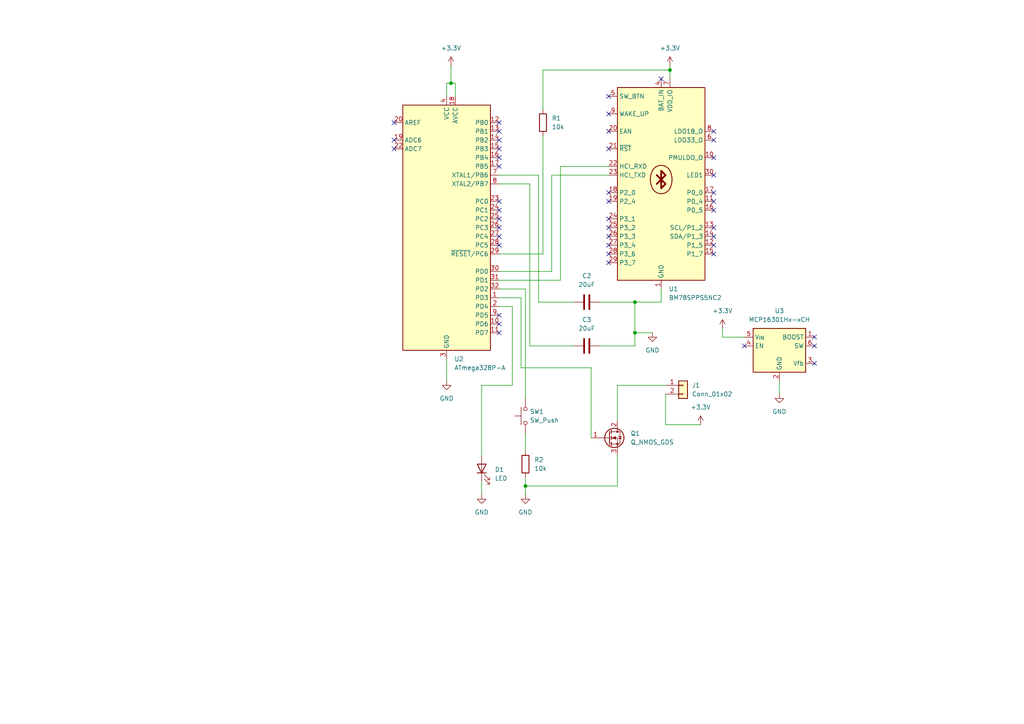
<source format=kicad_sch>
(kicad_sch (version 20231120) (generator "eeschema") (generator_version "8.0")
  (paper "A4")
  (title_block (title "Ultrasonic humidifier") (date "2025-05-24") (rev "V1") (company "Company") (comment 1 "~sejal"))
  (lib_symbols
    (symbol "Connector_Generic:Conn_01x02" (pin_names (offset 1.016) hide)
      (property "Reference" "J" (at 0 2.54 0))
      (property "Value" "Conn_01x02" (at 0 -5.08 0))
      (symbol "Conn_01x02_1_1"
        (rectangle (start -1.27 -2.413) (end 0 -2.667) (stroke (width 0.1524)))
        (rectangle (start -1.27 0.127) (end 0 -0.127) (stroke (width 0.1524)))
        (rectangle (start -1.27 1.27) (end 1.27 -3.81) (stroke (width 0.254)) (fill (type background)))
        (pin passive line (at -5.08 0 0) (length 3.81) (name "Pin_1") (number "1"))
        (pin passive line (at -5.08 -2.54 0) (length 3.81) (name "Pin_2") (number "2"))
      )
    )
    (symbol "Device:C" (pin_numbers hide) (pin_names (offset 0.254))
      (property "Reference" "C" (at 0.635 2.54 0))
      (property "Value" "C" (at 0.635 -2.54 0))
      (symbol "C_0_1"
        (polyline (pts (xy -2.032 -0.762) (xy 2.032 -0.762)) (stroke (width 0.508)))
        (polyline (pts (xy -2.032 0.762) (xy 2.032 0.762)) (stroke (width 0.508)))
      )
      (symbol "C_1_1"
        (pin passive line (at 0 3.81 270) (length 2.794) (name "~") (number "1"))
        (pin passive line (at 0 -3.81 90) (length 2.794) (name "~") (number "2"))
      )
    )
    (symbol "Device:LED" (pin_numbers hide) (pin_names (offset 1.016) hide)
      (property "Reference" "D" (at 0 2.54 0))
      (property "Value" "LED" (at 0 -2.54 0))
      (symbol "LED_0_1"
        (polyline (pts (xy -1.27 -1.27) (xy -1.27 1.27)) (stroke (width 0.254)))
        (polyline (pts (xy -1.27 0) (xy 1.27 0)))
        (polyline (pts (xy 1.27 -1.27) (xy 1.27 1.27) (xy -1.27 0) (xy 1.27 -1.27)) (stroke (width 0.254)))
        (polyline (pts (xy -3.048 -0.762) (xy -4.572 -2.286) (xy -3.81 -2.286) (xy -4.572 -2.286) (xy -4.572 -1.524)))
        (polyline (pts (xy -1.778 -0.762) (xy -3.302 -2.286) (xy -2.54 -2.286) (xy -3.302 -2.286) (xy -3.302 -1.524)))
      )
      (symbol "LED_1_1"
        (pin passive line (at -3.81 0 0) (length 2.54) (name "K") (number "1"))
        (pin passive line (at 3.81 0 180) (length 2.54) (name "A") (number "2"))
      )
    )
    (symbol "Device:Q_NMOS_GDS" (pin_names (offset 0) hide)
      (property "Reference" "Q" (at 5.08 1.27 0))
      (property "Value" "Q_NMOS_GDS" (at 5.08 -1.27 0))
      (symbol "Q_NMOS_GDS_0_1"
        (polyline (pts (xy 0.254 0) (xy -2.54 0)))
        (polyline (pts (xy 0.254 1.905) (xy 0.254 -1.905)) (stroke (width 0.254)))
        (polyline (pts (xy 0.762 -1.27) (xy 0.762 -2.286)) (stroke (width 0.254)))
        (polyline (pts (xy 0.762 0.508) (xy 0.762 -0.508)) (stroke (width 0.254)))
        (polyline (pts (xy 0.762 2.286) (xy 0.762 1.27)) (stroke (width 0.254)))
        (polyline (pts (xy 2.54 2.54) (xy 2.54 1.778)))
        (polyline (pts (xy 2.54 -2.54) (xy 2.54 0) (xy 0.762 0)))
        (polyline (pts (xy 0.762 -1.778) (xy 3.302 -1.778) (xy 3.302 1.778) (xy 0.762 1.778)))
        (polyline (pts (xy 1.016 0) (xy 2.032 0.381) (xy 2.032 -0.381) (xy 1.016 0)) (fill (type outline)))
        (polyline (pts (xy 2.794 0.508) (xy 2.921 0.381) (xy 3.683 0.381) (xy 3.81 0.254)))
        (polyline (pts (xy 3.302 0.381) (xy 2.921 -0.254) (xy 3.683 -0.254) (xy 3.302 0.381)))
        (circle (center 1.651 0) (radius 2.794) (stroke (width 0.254)))
        (circle (center 2.54 -1.778) (radius 0.254) (fill (type outline)))
        (circle (center 2.54 1.778) (radius 0.254) (fill (type outline)))
      )
      (symbol "Q_NMOS_GDS_1_1"
        (pin input line (at -5.08 0 0) (length 2.54) (name "G") (number "1"))
        (pin passive line (at 2.54 5.08 270) (length 2.54) (name "D") (number "2"))
        (pin passive line (at 2.54 -5.08 90) (length 2.54) (name "S") (number "3"))
      )
    )
    (symbol "Device:R" (pin_numbers hide) (pin_names (offset 0))
      (property "Reference" "R" (at 2.032 0 90))
      (property "Value" "R" (at 0 0 90))
      (symbol "R_0_1"
        (rectangle (start -1.016 -2.54) (end 1.016 2.54) (stroke (width 0.254)))
      )
      (symbol "R_1_1"
        (pin passive line (at 0 3.81 270) (length 1.27) (name "~") (number "1"))
        (pin passive line (at 0 -3.81 90) (length 1.27) (name "~") (number "2"))
      )
    )
    (symbol "MCU_Microchip_ATmega:ATmega328P-A"
      (property "Reference" "U" (at -12.7 36.83 0))
      (property "Value" "ATmega328P-A" (at 2.54 -36.83 0))
      (symbol "ATmega328P-A_0_1"
        (rectangle (start -12.7 -35.56) (end 12.7 35.56) (stroke (width 0.254)) (fill (type background)))
      )
      (symbol "ATmega328P-A_1_1"
        (pin bidirectional line (at 15.24 -20.32 180) (length 2.54) (name "PD3") (number "1"))
        (pin bidirectional line (at 15.24 -27.94 180) (length 2.54) (name "PD6") (number "10"))
        (pin bidirectional line (at 15.24 -30.48 180) (length 2.54) (name "PD7") (number "11"))
        (pin bidirectional line (at 15.24 30.48 180) (length 2.54) (name "PB0") (number "12"))
        (pin bidirectional line (at 15.24 27.94 180) (length 2.54) (name "PB1") (number "13"))
        (pin bidirectional line (at 15.24 25.4 180) (length 2.54) (name "PB2") (number "14"))
        (pin bidirectional line (at 15.24 22.86 180) (length 2.54) (name "PB3") (number "15"))
        (pin bidirectional line (at 15.24 20.32 180) (length 2.54) (name "PB4") (number "16"))
        (pin bidirectional line (at 15.24 17.78 180) (length 2.54) (name "PB5") (number "17"))
        (pin power_in line (at 2.54 38.1 270) (length 2.54) (name "AVCC") (number "18"))
        (pin input line (at -15.24 25.4 0) (length 2.54) (name "ADC6") (number "19"))
        (pin bidirectional line (at 15.24 -22.86 180) (length 2.54) (name "PD4") (number "2"))
        (pin passive line (at -15.24 30.48 0) (length 2.54) (name "AREF") (number "20"))
        (pin passive line (at 0 -38.1 90) (length 2.54) hide (name "GND") (number "21"))
        (pin input line (at -15.24 22.86 0) (length 2.54) (name "ADC7") (number "22"))
        (pin bidirectional line (at 15.24 7.62 180) (length 2.54) (name "PC0") (number "23"))
        (pin bidirectional line (at 15.24 5.08 180) (length 2.54) (name "PC1") (number "24"))
        (pin bidirectional line (at 15.24 2.54 180) (length 2.54) (name "PC2") (number "25"))
        (pin bidirectional line (at 15.24 0 180) (length 2.54) (name "PC3") (number "26"))
        (pin bidirectional line (at 15.24 -2.54 180) (length 2.54) (name "PC4") (number "27"))
        (pin bidirectional line (at 15.24 -5.08 180) (length 2.54) (name "PC5") (number "28"))
        (pin bidirectional line (at 15.24 -7.62 180) (length 2.54) (name "~{RESET}/PC6") (number "29"))
        (pin power_in line (at 0 -38.1 90) (length 2.54) (name "GND") (number "3"))
        (pin bidirectional line (at 15.24 -12.7 180) (length 2.54) (name "PD0") (number "30"))
        (pin bidirectional line (at 15.24 -15.24 180) (length 2.54) (name "PD1") (number "31"))
        (pin bidirectional line (at 15.24 -17.78 180) (length 2.54) (name "PD2") (number "32"))
        (pin power_in line (at 0 38.1 270) (length 2.54) (name "VCC") (number "4"))
        (pin passive line (at 0 -38.1 90) (length 2.54) hide (name "GND") (number "5"))
        (pin passive line (at 0 38.1 270) (length 2.54) hide (name "VCC") (number "6"))
        (pin bidirectional line (at 15.24 15.24 180) (length 2.54) (name "XTAL1/PB6") (number "7"))
        (pin bidirectional line (at 15.24 12.7 180) (length 2.54) (name "XTAL2/PB7") (number "8"))
        (pin bidirectional line (at 15.24 -25.4 180) (length 2.54) (name "PD5") (number "9"))
      )
    )
    (symbol "RF_Bluetooth:BM78SPPS5NC2"
      (property "Reference" "U" (at -12.7 29.21 0))
      (property "Value" "BM78SPPS5NC2" (at 1.27 -29.21 0))
      (symbol "BM78SPPS5NC2_0_1"
        (rectangle (start -12.7 27.94) (end 12.7 -27.94) (stroke (width 0.254)) (fill (type background)))
        (arc (start -2.54 -1.27) (mid 0 -2.8398) (end 2.54 -1.27) (stroke (width 0.254)) (fill (type background)))
        (arc (start -2.54 3.81) (mid -3.1396 1.27) (end -2.54 -1.27) (stroke (width 0.254)) (fill (type background)))
        (polyline (pts (xy 0 1.27) (xy -1.27 0)) (stroke (width 0.508)))
        (polyline (pts (xy 0 1.27) (xy -1.27 2.54)) (stroke (width 0.508)))
        (polyline (pts (xy 0 3.81) (xy 1.27 2.54) (xy 0 1.27) (xy 1.27 0) (xy 0 -1.27) (xy 0 3.81)) (stroke (width 0.508)))
        (arc (start 2.54 -1.27) (mid 3.1396 1.27) (end 2.54 3.81) (stroke (width 0.254)) (fill (type background)))
        (arc (start 2.54 3.81) (mid 0 5.3798) (end -2.54 3.81) (stroke (width 0.254)) (fill (type background)))
      )
      (symbol "BM78SPPS5NC2_1_1"
        (pin power_in line (at 0 -30.48 90) (length 2.54) (name "GND") (number "1"))
        (pin passive line (at 15.24 7.62 180) (length 2.54) (name "PMULDO_O") (number "10"))
        (pin output line (at 15.24 -5.08 180) (length 2.54) (name "P0_4") (number "11"))
        (pin output line (at 15.24 -17.78 180) (length 2.54) (name "P1_5") (number "12"))
        (pin output line (at 15.24 -12.7 180) (length 2.54) (name "SCL/P1_2") (number "13"))
        (pin bidirectional line (at 15.24 -15.24 180) (length 2.54) (name "SDA/P1_3") (number "14"))
        (pin bidirectional line (at 15.24 -20.32 180) (length 2.54) (name "P1_7") (number "15"))
        (pin bidirectional line (at 15.24 -7.62 180) (length 2.54) (name "P0_5") (number "16"))
        (pin bidirectional line (at 15.24 -2.54 180) (length 2.54) (name "P0_0") (number "17"))
        (pin input line (at -15.24 -2.54 0) (length 2.54) (name "P2_0") (number "18"))
        (pin input line (at -15.24 -5.08 0) (length 2.54) (name "P2_4") (number "19"))
        (pin passive line (at 0 -30.48 90) (length 2.54) hide (name "GND") (number "2"))
        (pin input line (at -15.24 15.24 0) (length 2.54) (name "EAN") (number "20"))
        (pin input line (at -15.24 10.16 0) (length 2.54) (name "~{RST}") (number "21"))
        (pin input line (at -15.24 5.08 0) (length 2.54) (name "HCI_RXD") (number "22"))
        (pin output line (at -15.24 2.54 0) (length 2.54) (name "HCI_TXD") (number "23"))
        (pin bidirectional line (at -15.24 -10.16 0) (length 2.54) (name "P3_1") (number "24"))
        (pin bidirectional line (at -15.24 -12.7 0) (length 2.54) (name "P3_2") (number "25"))
        (pin bidirectional line (at -15.24 -15.24 0) (length 2.54) (name "P3_3") (number "26"))
        (pin bidirectional line (at -15.24 -17.78 0) (length 2.54) (name "P3_4") (number "27"))
        (pin bidirectional line (at -15.24 -20.32 0) (length 2.54) (name "P3_6") (number "28"))
        (pin bidirectional line (at -15.24 -22.86 0) (length 2.54) (name "P3_7") (number "29"))
        (pin passive line (at 0 -30.48 90) (length 2.54) hide (name "GND") (number "3"))
        (pin output line (at 15.24 2.54 180) (length 2.54) (name "LED1") (number "30"))
        (pin passive line (at 0 -30.48 90) (length 2.54) hide (name "GND") (number "31"))
        (pin passive line (at 0 -30.48 90) (length 2.54) hide (name "GND") (number "32"))
        (pin passive line (at 0 -30.48 90) (length 2.54) hide (name "GND") (number "33"))
        (pin power_in line (at 0 30.48 270) (length 2.54) (name "BAT_IN") (number "4"))
        (pin input line (at -15.24 25.4 0) (length 2.54) (name "SW_BTN") (number "5"))
        (pin power_out line (at 15.24 12.7 180) (length 2.54) (name "LDO33_O") (number "6"))
        (pin power_in line (at 2.54 30.48 270) (length 2.54) (name "VDD_IO") (number "7"))
        (pin power_out line (at 15.24 15.24 180) (length 2.54) (name "LDO18_O") (number "8"))
        (pin input line (at -15.24 20.32 0) (length 2.54) (name "WAKE_UP") (number "9"))
      )
    )
    (symbol "Regulator_Switching:MCP16301Hx-xCH"
      (property "Reference" "U" (at -7.62 6.35 0))
      (property "Value" "MCP16301Hx-xCH" (at 0 6.35 0))
      (symbol "MCP16301Hx-xCH_0_1"
        (rectangle (start -7.62 5.08) (end 7.62 -7.62) (stroke (width 0.254)) (fill (type background)))
      )
      (symbol "MCP16301Hx-xCH_1_1"
        (pin output line (at 10.16 2.54 180) (length 2.54) (name "BOOST") (number "1"))
        (pin power_in line (at 0 -10.16 90) (length 2.54) (name "GND") (number "2"))
        (pin input line (at 10.16 -5.08 180) (length 2.54) (name "Vfb") (number "3"))
        (pin input line (at -10.16 0 0) (length 2.54) (name "EN") (number "4"))
        (pin power_in line (at -10.16 2.54 0) (length 2.54) (name "V_{IN}") (number "5"))
        (pin output line (at 10.16 0 180) (length 2.54) (name "SW") (number "6"))
      )
    )
    (symbol "Switch:SW_Push" (pin_numbers hide) (pin_names (offset 1.016) hide)
      (property "Reference" "SW" (at 1.27 2.54 0))
      (property "Value" "SW_Push" (at 0 -1.524 0))
      (symbol "SW_Push_0_1"
        (circle (center -2.032 0) (radius 0.508))
        (polyline (pts (xy 0 1.27) (xy 0 3.048)))
        (polyline (pts (xy 2.54 1.27) (xy -2.54 1.27)))
        (circle (center 2.032 0) (radius 0.508))
        (pin passive line (at -5.08 0 0) (length 2.54) (name "1") (number "1"))
        (pin passive line (at 5.08 0 180) (length 2.54) (name "2") (number "2"))
      )
    )
    (symbol "power:+3.3V" (power) (pin_numbers hide) (pin_names (offset 0) hide)
      (property "Value" "+3.3V" (at 0 3.556 0))
      (symbol "+3.3V_0_1"
        (polyline (pts (xy -0.762 1.27) (xy 0 2.54)))
        (polyline (pts (xy 0 0) (xy 0 2.54)))
        (polyline (pts (xy 0 2.54) (xy 0.762 1.27)))
      )
      (symbol "+3.3V_1_1"
        (pin power_in line (at 0 0 90) (length 0) (name "~") (number "1"))
      )
    )
    (symbol "power:GND" (power) (pin_numbers hide) (pin_names (offset 0) hide)
      (property "Value" "GND" (at 0 -3.81 0))
      (symbol "GND_0_1"
        (polyline (pts (xy 0 0) (xy 0 -1.27) (xy 1.27 -1.27) (xy 0 -2.54) (xy -1.27 -1.27) (xy 0 -1.27)))
      )
      (symbol "GND_1_1"
        (pin power_in line (at 0 0 270) (length 0) (name "~") (number "1"))
      )
    )
  )
  (junction (at 194.31 20.32))
  (junction (at 184.15 96.52))
  (junction (at 130.81 24.13))
  (junction (at 152.4 140.97))
  (junction (at 184.15 87.63))
  (no_connect (at 144.78 35.56))
  (no_connect (at 144.78 43.18))
  (no_connect (at 176.53 73.66))
  (no_connect (at 144.78 68.58))
  (no_connect (at 207.01 73.66))
  (no_connect (at 144.78 38.1))
  (no_connect (at 176.53 71.12))
  (no_connect (at 176.53 38.1))
  (no_connect (at 176.53 55.88))
  (no_connect (at 176.53 63.5))
  (no_connect (at 176.53 33.02))
  (no_connect (at 176.53 58.42))
  (no_connect (at 144.78 91.44))
  (no_connect (at 176.53 76.2))
  (no_connect (at 236.22 97.79))
  (no_connect (at 207.01 60.96))
  (no_connect (at 144.78 66.04))
  (no_connect (at 236.22 105.41))
  (no_connect (at 144.78 93.98))
  (no_connect (at 144.78 71.12))
  (no_connect (at 207.01 45.72))
  (no_connect (at 114.3 43.18))
  (no_connect (at 176.53 43.18))
  (no_connect (at 207.01 55.88))
  (no_connect (at 114.3 40.64))
  (no_connect (at 207.01 38.1))
  (no_connect (at 236.22 100.33))
  (no_connect (at 207.01 40.64))
  (no_connect (at 207.01 66.04))
  (no_connect (at 144.78 96.52))
  (no_connect (at 176.53 68.58))
  (no_connect (at 144.78 63.5))
  (no_connect (at 207.01 50.8))
  (no_connect (at 144.78 40.64))
  (no_connect (at 191.77 22.86))
  (no_connect (at 144.78 60.96))
  (no_connect (at 207.01 58.42))
  (no_connect (at 176.53 66.04))
  (no_connect (at 144.78 58.42))
  (no_connect (at 207.01 71.12))
  (no_connect (at 176.53 27.94))
  (no_connect (at 144.78 48.26))
  (no_connect (at 144.78 45.72))
  (no_connect (at 114.3 35.56))
  (no_connect (at 207.01 68.58))
  (no_connect (at 215.9 100.33))
  (wire (pts (xy 179.07 140.97) (xy 152.4 140.97)))
  (wire (pts (xy 156.21 50.8) (xy 144.78 50.8)))
  (wire (pts (xy 173.99 100.33) (xy 184.15 100.33)))
  (wire (pts (xy 209.55 97.79) (xy 215.9 97.79)))
  (wire (pts (xy 139.7 111.76) (xy 139.7 132.08)))
  (wire (pts (xy 153.67 53.34) (xy 144.78 53.34)))
  (wire (pts (xy 130.81 24.13) (xy 132.08 24.13)))
  (wire (pts (xy 144.78 88.9) (xy 148.59 88.9)))
  (wire (pts (xy 152.4 140.97) (xy 152.4 143.51)))
  (wire (pts (xy 166.37 87.63) (xy 156.21 87.63)))
  (wire (pts (xy 189.23 96.52) (xy 184.15 96.52)))
  (wire (pts (xy 166.37 100.33) (xy 153.67 100.33)))
  (wire (pts (xy 152.4 125.73) (xy 152.4 130.81)))
  (wire (pts (xy 179.07 121.92) (xy 179.07 111.76)))
  (wire (pts (xy 153.67 100.33) (xy 153.67 53.34)))
  (wire (pts (xy 179.07 132.08) (xy 179.07 140.97)))
  (wire (pts (xy 179.07 111.76) (xy 193.04 111.76)))
  (wire (pts (xy 176.53 50.8) (xy 160.02 50.8)))
  (wire (pts (xy 151.13 106.68) (xy 171.45 106.68)))
  (wire (pts (xy 184.15 96.52) (xy 184.15 87.63)))
  (wire (pts (xy 132.08 24.13) (xy 132.08 27.94)))
  (wire (pts (xy 144.78 86.36) (xy 151.13 86.36)))
  (wire (pts (xy 209.55 95.25) (xy 209.55 97.79)))
  (wire (pts (xy 144.78 73.66) (xy 157.48 73.66)))
  (wire (pts (xy 156.21 87.63) (xy 156.21 50.8)))
  (wire (pts (xy 152.4 138.43) (xy 152.4 140.97)))
  (wire (pts (xy 184.15 100.33) (xy 184.15 96.52)))
  (wire (pts (xy 157.48 31.75) (xy 157.48 20.32)))
  (wire (pts (xy 148.59 111.76) (xy 139.7 111.76)))
  (wire (pts (xy 162.56 48.26) (xy 162.56 81.28)))
  (wire (pts (xy 173.99 87.63) (xy 184.15 87.63)))
  (wire (pts (xy 226.06 110.49) (xy 226.06 114.3)))
  (wire (pts (xy 130.81 19.05) (xy 130.81 24.13)))
  (wire (pts (xy 148.59 88.9) (xy 148.59 111.76)))
  (wire (pts (xy 193.04 114.3) (xy 193.04 123.19)))
  (wire (pts (xy 144.78 83.82) (xy 152.4 83.82)))
  (wire (pts (xy 160.02 78.74) (xy 144.78 78.74)))
  (wire (pts (xy 160.02 50.8) (xy 160.02 78.74)))
  (wire (pts (xy 129.54 24.13) (xy 130.81 24.13)))
  (wire (pts (xy 194.31 20.32) (xy 194.31 19.05)))
  (wire (pts (xy 129.54 27.94) (xy 129.54 24.13)))
  (wire (pts (xy 157.48 20.32) (xy 194.31 20.32)))
  (wire (pts (xy 129.54 104.14) (xy 129.54 110.49)))
  (wire (pts (xy 171.45 106.68) (xy 171.45 127)))
  (wire (pts (xy 191.77 87.63) (xy 191.77 83.82)))
  (wire (pts (xy 157.48 39.37) (xy 157.48 73.66)))
  (wire (pts (xy 151.13 86.36) (xy 151.13 106.68)))
  (wire (pts (xy 193.04 123.19) (xy 203.2 123.19)))
  (wire (pts (xy 194.31 20.32) (xy 194.31 22.86)))
  (wire (pts (xy 139.7 139.7) (xy 139.7 143.51)))
  (wire (pts (xy 162.56 81.28) (xy 144.78 81.28)))
  (wire (pts (xy 184.15 87.63) (xy 191.77 87.63)))
  (wire (pts (xy 176.53 48.26) (xy 162.56 48.26)))
  (wire (pts (xy 152.4 83.82) (xy 152.4 115.57)))
  (symbol (lib_id "Connector_Generic:Conn_01x02") (at 198.12 111.76 0) (unit 1)
    (property "Reference" "J1" (at 200.66 111.7599 0) (effects (justify left)))
    (property "Value" "Conn_01x02" (at 200.66 114.2999 0) (effects (justify left)))
    (property "Description" "Generic connector, single row, 01x02, script generated (kicad-library-utils/schlib/autogen/connector/)" (effects (hide yes)))
  )
  (symbol (lib_id "Regulator_Switching:MCP16301Hx-xCH") (at 226.06 100.33 0) (unit 1)
    (property "Reference" "U3" (at 226.06 90.17 0))
    (property "Value" "MCP16301Hx-xCH" (at 226.06 92.71 0))
    (property "Footprint" "Package_TO_SOT_SMD:SOT-23-6" (effects (hide yes)))
    (property "Datasheet" "http://ww1.microchip.com/downloads/en/DeviceDoc/20005004D.pdf" (effects (hide yes)))
    (property "Description" "1A, 4.7 to 36V Input, High Voltage Input integrated switch step-down regulator, SOT-23-6" (effects (hide yes)))
  )
  (symbol (lib_id "MCU_Microchip_ATmega:ATmega328P-A") (at 129.54 66.04 0) (unit 1)
    (property "Reference" "U2" (at 131.7341 104.14 0) (effects (justify left)))
    (property "Value" "ATmega328P-A" (at 131.7341 106.68 0) (effects (justify left)))
    (property "Footprint" "Package_QFP:TQFP-32_7x7mm_P0.8mm" (effects (hide yes)))
    (property "Datasheet" "http://ww1.microchip.com/downloads/en/DeviceDoc/ATmega328_P%20AVR%20MCU%20with%20picoPower%20Technology%20Data%20Sheet%2040001984A.pdf" (effects (hide yes)))
    (property "Description" "20MHz, 32kB Flash, 2kB SRAM, 1kB EEPROM, TQFP-32" (effects (hide yes)))
  )
  (symbol (lib_id "Device:Q_NMOS_GDS") (at 176.53 127 0) (unit 1)
    (property "Reference" "Q1" (at 182.88 125.7299 0) (effects (justify left)))
    (property "Value" "Q_NMOS_GDS" (at 182.88 128.2699 0) (effects (justify left)))
    (property "Description" "N-MOSFET transistor, gate/drain/source" (effects (hide yes)))
  )
  (symbol (lib_id "power:+3.3V") (at 209.55 95.25 0) (unit 1)
    (property "Reference" "#PWR010" (effects (hide yes)))
    (property "Value" "+3.3V" (at 209.55 90.17 0))
    (property "Description" "Power symbol creates a global label with name \"+3.3V\"" (effects (hide yes)))
  )
  (symbol (lib_id "power:+3.3V") (at 203.2 123.19 0) (unit 1)
    (property "Reference" "#PWR03" (effects (hide yes)))
    (property "Value" "+3.3V" (at 203.2 118.11 0))
    (property "Description" "Power symbol creates a global label with name \"+3.3V\"" (effects (hide yes)))
  )
  (symbol (lib_id "Device:R") (at 152.4 134.62 0) (unit 1)
    (property "Reference" "R2" (at 154.94 133.3499 0) (effects (justify left)))
    (property "Value" "10k" (at 154.94 135.8899 0) (effects (justify left)))
    (property "Description" "Resistor" (effects (hide yes)))
  )
  (symbol (lib_id "power:GND") (at 152.4 143.51 0) (unit 1)
    (property "Reference" "#PWR05" (effects (hide yes)))
    (property "Value" "GND" (at 152.4 148.59 0))
    (property "Description" "Power symbol creates a global label with name \"GND\" , ground" (effects (hide yes)))
  )
  (symbol (lib_id "power:+3.3V") (at 194.31 19.05 0) (unit 1)
    (property "Reference" "#PWR06" (effects (hide yes)))
    (property "Value" "+3.3V" (at 194.31 13.97 0))
    (property "Description" "Power symbol creates a global label with name \"+3.3V\"" (effects (hide yes)))
  )
  (symbol (lib_id "power:GND") (at 139.7 143.51 0) (unit 1)
    (property "Reference" "#PWR07" (effects (hide yes)))
    (property "Value" "GND" (at 139.7 148.59 0))
    (property "Description" "Power symbol creates a global label with name \"GND\" , ground" (effects (hide yes)))
  )
  (symbol (lib_id "Device:R") (at 157.48 35.56 0) (unit 1)
    (property "Reference" "R1" (at 160.02 34.2899 0) (effects (justify left)))
    (property "Value" "10k" (at 160.02 36.8299 0) (effects (justify left)))
    (property "Description" "Resistor" (effects (hide yes)))
  )
  (symbol (lib_id "power:GND") (at 129.54 110.49 0) (unit 1)
    (property "Reference" "#PWR04" (effects (hide yes)))
    (property "Value" "GND" (at 129.54 115.57 0))
    (property "Description" "Power symbol creates a global label with name \"GND\" , ground" (effects (hide yes)))
  )
  (symbol (lib_id "power:+3.3V") (at 130.81 19.05 0) (unit 1)
    (property "Reference" "#PWR02" (effects (hide yes)))
    (property "Value" "+3.3V" (at 130.81 13.97 0))
    (property "Description" "Power symbol creates a global label with name \"+3.3V\"" (effects (hide yes)))
  )
  (symbol (lib_id "Device:C") (at 170.18 100.33 90) (unit 1)
    (property "Reference" "C3" (at 170.18 92.71 90))
    (property "Value" "20uF" (at 170.18 95.25 90))
    (property "Description" "Unpolarized capacitor" (effects (hide yes)))
  )
  (symbol (lib_id "RF_Bluetooth:BM78SPPS5NC2") (at 191.77 53.34 0) (unit 1)
    (property "Reference" "U1" (at 193.9641 83.82 0) (effects (justify left)))
    (property "Value" "BM78SPPS5NC2" (at 193.9641 86.36 0) (effects (justify left)))
    (property "Footprint" "RF_Module:BM78SPPS5XC2" (effects (hide yes)))
    (property "Datasheet" "http://ww1.microchip.com/downloads/en/DeviceDoc/60001380C.pdf" (effects (hide yes)))
    (property "Description" "Bluetooth Dual-Mode, UART, Class 2" (effects (hide yes)))
  )
  (symbol (lib_id "Device:C") (at 170.18 87.63 90) (unit 1)
    (property "Reference" "C2" (at 170.18 80.01 90))
    (property "Value" "20uF" (at 170.18 82.55 90))
    (property "Description" "Unpolarized capacitor" (effects (hide yes)))
  )
  (symbol (lib_id "power:GND") (at 226.06 114.3 0) (unit 1)
    (property "Reference" "#PWR08" (effects (hide yes)))
    (property "Value" "GND" (at 226.06 119.38 0))
    (property "Description" "Power symbol creates a global label with name \"GND\" , ground" (effects (hide yes)))
  )
  (symbol (lib_id "Device:LED") (at 139.7 135.89 90) (unit 1)
    (property "Reference" "D1" (at 143.51 136.2074 90) (effects (justify right)))
    (property "Value" "LED" (at 143.51 138.7474 90) (effects (justify right)))
    (property "Description" "Light emitting diode" (effects (hide yes)))
  )
  (symbol (lib_id "power:GND") (at 189.23 96.52 0) (unit 1)
    (property "Reference" "#PWR01" (effects (hide yes)))
    (property "Value" "GND" (at 189.23 101.6 0))
    (property "Description" "Power symbol creates a global label with name \"GND\" , ground" (effects (hide yes)))
  )
  (symbol (lib_id "Switch:SW_Push") (at 152.4 120.65 90) (unit 1)
    (property "Reference" "SW1" (at 153.67 119.3799 90) (effects (justify right)))
    (property "Value" "SW_Push" (at 153.67 121.9199 90) (effects (justify right)))
    (property "Description" "Push button switch, generic, two pins" (effects (hide yes)))
  )
)
</source>
